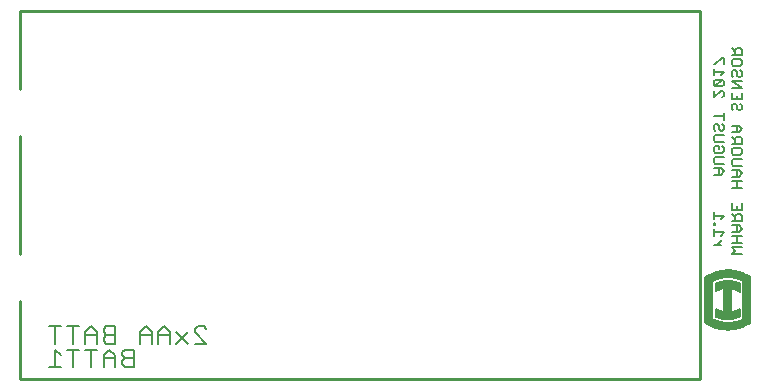
<source format=gbo>
G75*
%MOIN*%
%OFA0B0*%
%FSLAX25Y25*%
%IPPOS*%
%LPD*%
%AMOC8*
5,1,8,0,0,1.08239X$1,22.5*
%
%ADD10C,0.00600*%
%ADD11C,0.01000*%
%ADD12C,0.00700*%
%ADD13C,0.00500*%
%ADD14R,0.01900X0.12800*%
%ADD15R,0.01900X0.13000*%
%ADD16R,0.01900X0.07900*%
D10*
X0272883Y0059379D02*
X0275152Y0059379D01*
X0274018Y0059379D02*
X0275152Y0060514D01*
X0275152Y0061081D01*
X0275152Y0062449D02*
X0276286Y0063583D01*
X0272883Y0063583D01*
X0272883Y0062449D02*
X0272883Y0064717D01*
X0272883Y0066132D02*
X0272883Y0066699D01*
X0273450Y0066699D01*
X0273450Y0066132D01*
X0272883Y0066132D01*
X0272883Y0067973D02*
X0272883Y0070242D01*
X0272883Y0069108D02*
X0276286Y0069108D01*
X0275152Y0067973D01*
X0278883Y0067360D02*
X0282286Y0067360D01*
X0282286Y0069061D01*
X0281719Y0069628D01*
X0280585Y0069628D01*
X0280018Y0069061D01*
X0280018Y0067360D01*
X0280018Y0068494D02*
X0278883Y0069628D01*
X0278883Y0071043D02*
X0278883Y0073311D01*
X0280585Y0072177D02*
X0280585Y0071043D01*
X0282286Y0071043D02*
X0278883Y0071043D01*
X0282286Y0071043D02*
X0282286Y0073311D01*
X0282286Y0078409D02*
X0278883Y0078409D01*
X0280585Y0078409D02*
X0280585Y0080678D01*
X0280585Y0082092D02*
X0280585Y0084361D01*
X0281152Y0084361D02*
X0278883Y0084361D01*
X0279450Y0085775D02*
X0278883Y0086342D01*
X0278883Y0087477D01*
X0279450Y0088044D01*
X0282286Y0088044D01*
X0281719Y0089458D02*
X0279450Y0089458D01*
X0278883Y0090026D01*
X0278883Y0091160D01*
X0279450Y0091727D01*
X0281719Y0091727D01*
X0282286Y0091160D01*
X0282286Y0090026D01*
X0281719Y0089458D01*
X0276286Y0088658D02*
X0273450Y0088658D01*
X0272883Y0088091D01*
X0272883Y0086956D01*
X0273450Y0086389D01*
X0276286Y0086389D01*
X0275152Y0084975D02*
X0272883Y0084975D01*
X0274585Y0084975D02*
X0274585Y0082706D01*
X0275152Y0082706D02*
X0276286Y0083840D01*
X0275152Y0084975D01*
X0275152Y0082706D02*
X0272883Y0082706D01*
X0278883Y0082092D02*
X0281152Y0082092D01*
X0282286Y0083226D01*
X0281152Y0084361D01*
X0282286Y0085775D02*
X0279450Y0085775D01*
X0275719Y0090072D02*
X0273450Y0090072D01*
X0272883Y0090639D01*
X0272883Y0091774D01*
X0273450Y0092341D01*
X0274585Y0092341D01*
X0274585Y0091207D01*
X0275719Y0092341D02*
X0276286Y0091774D01*
X0276286Y0090639D01*
X0275719Y0090072D01*
X0276286Y0093755D02*
X0273450Y0093755D01*
X0272883Y0094323D01*
X0272883Y0095457D01*
X0273450Y0096024D01*
X0276286Y0096024D01*
X0275719Y0097439D02*
X0275152Y0097439D01*
X0274585Y0098006D01*
X0274585Y0099140D01*
X0274018Y0099707D01*
X0273450Y0099707D01*
X0272883Y0099140D01*
X0272883Y0098006D01*
X0273450Y0097439D01*
X0275719Y0097439D02*
X0276286Y0098006D01*
X0276286Y0099140D01*
X0275719Y0099707D01*
X0276286Y0101122D02*
X0276286Y0103390D01*
X0276286Y0102256D02*
X0272883Y0102256D01*
X0278883Y0104758D02*
X0278883Y0105892D01*
X0279450Y0106460D01*
X0280018Y0106460D01*
X0280585Y0105892D01*
X0280585Y0104758D01*
X0281152Y0104191D01*
X0281719Y0104191D01*
X0282286Y0104758D01*
X0282286Y0105892D01*
X0281719Y0106460D01*
X0282286Y0107874D02*
X0278883Y0107874D01*
X0278883Y0110143D01*
X0278883Y0111557D02*
X0282286Y0111557D01*
X0278883Y0113826D01*
X0282286Y0113826D01*
X0281719Y0115240D02*
X0281152Y0115240D01*
X0280585Y0115808D01*
X0280585Y0116942D01*
X0280018Y0117509D01*
X0279450Y0117509D01*
X0278883Y0116942D01*
X0278883Y0115808D01*
X0279450Y0115240D01*
X0281719Y0115240D02*
X0282286Y0115808D01*
X0282286Y0116942D01*
X0281719Y0117509D01*
X0281719Y0118924D02*
X0279450Y0118924D01*
X0278883Y0119491D01*
X0278883Y0120625D01*
X0279450Y0121192D01*
X0281719Y0121192D01*
X0282286Y0120625D01*
X0282286Y0119491D01*
X0281719Y0118924D01*
X0276286Y0119537D02*
X0276286Y0121806D01*
X0275719Y0121806D01*
X0273450Y0119537D01*
X0272883Y0119537D01*
X0272883Y0118123D02*
X0272883Y0115854D01*
X0272883Y0116989D02*
X0276286Y0116989D01*
X0275152Y0115854D01*
X0275719Y0114440D02*
X0273450Y0112171D01*
X0272883Y0112738D01*
X0272883Y0113873D01*
X0273450Y0114440D01*
X0275719Y0114440D01*
X0276286Y0113873D01*
X0276286Y0112738D01*
X0275719Y0112171D01*
X0273450Y0112171D01*
X0272883Y0110757D02*
X0272883Y0108488D01*
X0275152Y0110757D01*
X0275719Y0110757D01*
X0276286Y0110189D01*
X0276286Y0109055D01*
X0275719Y0108488D01*
X0278883Y0104758D02*
X0279450Y0104191D01*
X0280585Y0107874D02*
X0280585Y0109008D01*
X0282286Y0110143D02*
X0282286Y0107874D01*
X0281152Y0099093D02*
X0278883Y0099093D01*
X0280585Y0099093D02*
X0280585Y0096825D01*
X0281152Y0096825D02*
X0282286Y0097959D01*
X0281152Y0099093D01*
X0281152Y0096825D02*
X0278883Y0096825D01*
X0278883Y0095410D02*
X0280018Y0094276D01*
X0280018Y0094843D02*
X0280018Y0093142D01*
X0278883Y0093142D02*
X0282286Y0093142D01*
X0282286Y0094843D01*
X0281719Y0095410D01*
X0280585Y0095410D01*
X0280018Y0094843D01*
X0278883Y0080678D02*
X0282286Y0080678D01*
X0281152Y0065945D02*
X0278883Y0065945D01*
X0280585Y0065945D02*
X0280585Y0063676D01*
X0281152Y0063676D02*
X0282286Y0064811D01*
X0281152Y0065945D01*
X0281152Y0063676D02*
X0278883Y0063676D01*
X0278883Y0062262D02*
X0282286Y0062262D01*
X0280585Y0062262D02*
X0280585Y0059993D01*
X0282286Y0059993D02*
X0278883Y0059993D01*
X0278883Y0058579D02*
X0282286Y0058579D01*
X0282286Y0056310D02*
X0278883Y0056310D01*
X0280018Y0057444D01*
X0278883Y0058579D01*
X0278883Y0122607D02*
X0282286Y0122607D01*
X0282286Y0124308D01*
X0281719Y0124875D01*
X0280585Y0124875D01*
X0280018Y0124308D01*
X0280018Y0122607D01*
X0280018Y0123741D02*
X0278883Y0124875D01*
D11*
X0041583Y0040567D02*
X0041583Y0014583D01*
X0268355Y0014583D01*
X0268355Y0137417D01*
X0041583Y0137417D01*
X0041583Y0111433D01*
X0041583Y0095685D02*
X0041583Y0056315D01*
D12*
X0051248Y0032348D02*
X0055185Y0032348D01*
X0053216Y0032348D02*
X0053216Y0026443D01*
X0053216Y0024474D02*
X0053216Y0018569D01*
X0051248Y0018569D02*
X0055185Y0018569D01*
X0055185Y0022506D02*
X0053216Y0024474D01*
X0057325Y0024474D02*
X0061262Y0024474D01*
X0059293Y0024474D02*
X0059293Y0018569D01*
X0065371Y0018569D02*
X0065371Y0024474D01*
X0067339Y0024474D02*
X0063402Y0024474D01*
X0063402Y0026443D02*
X0063402Y0030380D01*
X0065371Y0032348D01*
X0067339Y0030380D01*
X0067339Y0026443D01*
X0069479Y0027427D02*
X0070464Y0026443D01*
X0073416Y0026443D01*
X0073416Y0032348D01*
X0070464Y0032348D01*
X0069479Y0031364D01*
X0069479Y0030380D01*
X0070464Y0029395D01*
X0073416Y0029395D01*
X0070464Y0029395D02*
X0069479Y0028411D01*
X0069479Y0027427D01*
X0067339Y0029395D02*
X0063402Y0029395D01*
X0061262Y0032348D02*
X0057325Y0032348D01*
X0059293Y0032348D02*
X0059293Y0026443D01*
X0069479Y0022506D02*
X0069479Y0018569D01*
X0069479Y0021521D02*
X0073416Y0021521D01*
X0073416Y0022506D02*
X0071448Y0024474D01*
X0069479Y0022506D01*
X0073416Y0022506D02*
X0073416Y0018569D01*
X0075557Y0019553D02*
X0076541Y0018569D01*
X0079493Y0018569D01*
X0079493Y0024474D01*
X0076541Y0024474D01*
X0075557Y0023490D01*
X0075557Y0022506D01*
X0076541Y0021521D01*
X0079493Y0021521D01*
X0076541Y0021521D02*
X0075557Y0020537D01*
X0075557Y0019553D01*
X0081634Y0026443D02*
X0081634Y0030380D01*
X0083602Y0032348D01*
X0085571Y0030380D01*
X0085571Y0026443D01*
X0087711Y0026443D02*
X0087711Y0030380D01*
X0089679Y0032348D01*
X0091648Y0030380D01*
X0091648Y0026443D01*
X0093788Y0026443D02*
X0097725Y0030380D01*
X0099865Y0030380D02*
X0099865Y0031364D01*
X0100850Y0032348D01*
X0102818Y0032348D01*
X0103802Y0031364D01*
X0099865Y0030380D02*
X0103802Y0026443D01*
X0099865Y0026443D01*
X0097725Y0026443D02*
X0093788Y0030380D01*
X0091648Y0029395D02*
X0087711Y0029395D01*
X0085571Y0029395D02*
X0081634Y0029395D01*
D13*
X0269983Y0033500D02*
X0269983Y0034000D01*
X0269983Y0034500D01*
X0269983Y0035000D01*
X0269983Y0035500D01*
X0269983Y0046500D01*
X0269983Y0047000D01*
X0269983Y0047500D01*
X0269983Y0048000D01*
X0269983Y0048500D01*
X0272283Y0047300D02*
X0272283Y0034700D01*
X0273483Y0035500D02*
X0273483Y0036000D01*
X0273483Y0036500D01*
X0273483Y0037000D01*
X0273483Y0037600D01*
X0273483Y0038100D01*
X0276383Y0037100D02*
X0276383Y0044800D01*
X0273483Y0036500D02*
X0273686Y0036406D01*
X0273891Y0036316D01*
X0274098Y0036232D01*
X0274307Y0036153D01*
X0274518Y0036079D01*
X0274730Y0036010D01*
X0274945Y0035946D01*
X0275160Y0035887D01*
X0275377Y0035834D01*
X0275596Y0035785D01*
X0275815Y0035742D01*
X0276036Y0035705D01*
X0276257Y0035673D01*
X0276479Y0035646D01*
X0276701Y0035624D01*
X0276924Y0035608D01*
X0277148Y0035597D01*
X0277371Y0035592D01*
X0277595Y0035592D01*
X0277818Y0035597D01*
X0278042Y0035608D01*
X0278265Y0035624D01*
X0278487Y0035646D01*
X0278709Y0035673D01*
X0278930Y0035705D01*
X0279151Y0035742D01*
X0279370Y0035785D01*
X0279589Y0035834D01*
X0279806Y0035887D01*
X0280021Y0035946D01*
X0280236Y0036010D01*
X0280448Y0036079D01*
X0280659Y0036153D01*
X0280868Y0036232D01*
X0281075Y0036316D01*
X0281280Y0036406D01*
X0281483Y0036500D01*
X0281483Y0037000D01*
X0281483Y0037500D01*
X0281483Y0038000D01*
X0281483Y0036500D02*
X0281483Y0036000D01*
X0281483Y0035500D01*
X0282783Y0034700D02*
X0282783Y0047300D01*
X0281483Y0046400D02*
X0281483Y0045900D01*
X0281483Y0045400D01*
X0281483Y0044900D01*
X0281483Y0044300D01*
X0281483Y0043800D01*
X0278683Y0044800D02*
X0278683Y0037100D01*
X0285083Y0048001D02*
X0284817Y0048180D01*
X0284546Y0048354D01*
X0284272Y0048520D01*
X0283993Y0048680D01*
X0283711Y0048833D01*
X0283424Y0048980D01*
X0283135Y0049119D01*
X0282842Y0049251D01*
X0282546Y0049376D01*
X0282247Y0049494D01*
X0281946Y0049605D01*
X0281641Y0049708D01*
X0281335Y0049804D01*
X0281026Y0049893D01*
X0280715Y0049973D01*
X0280402Y0050047D01*
X0280087Y0050113D01*
X0279771Y0050171D01*
X0279454Y0050221D01*
X0279136Y0050264D01*
X0278816Y0050299D01*
X0278496Y0050326D01*
X0278175Y0050345D01*
X0277854Y0050357D01*
X0277533Y0050361D01*
X0277212Y0050357D01*
X0276891Y0050345D01*
X0276570Y0050326D01*
X0276250Y0050299D01*
X0275930Y0050264D01*
X0275612Y0050221D01*
X0275295Y0050171D01*
X0274979Y0050113D01*
X0274664Y0050047D01*
X0274351Y0049973D01*
X0274040Y0049893D01*
X0273731Y0049804D01*
X0273425Y0049708D01*
X0273120Y0049605D01*
X0272819Y0049494D01*
X0272520Y0049376D01*
X0272224Y0049251D01*
X0271931Y0049119D01*
X0271642Y0048980D01*
X0271355Y0048833D01*
X0271073Y0048680D01*
X0270794Y0048520D01*
X0270520Y0048354D01*
X0270249Y0048180D01*
X0269983Y0048001D01*
X0273483Y0046400D02*
X0273483Y0045900D01*
X0273483Y0045400D01*
X0273483Y0044900D01*
X0273483Y0044400D01*
X0273483Y0043900D01*
X0273483Y0035500D02*
X0273686Y0035406D01*
X0273891Y0035316D01*
X0274098Y0035232D01*
X0274307Y0035153D01*
X0274518Y0035079D01*
X0274730Y0035010D01*
X0274945Y0034946D01*
X0275160Y0034887D01*
X0275377Y0034834D01*
X0275596Y0034785D01*
X0275815Y0034742D01*
X0276036Y0034705D01*
X0276257Y0034673D01*
X0276479Y0034646D01*
X0276701Y0034624D01*
X0276924Y0034608D01*
X0277148Y0034597D01*
X0277371Y0034592D01*
X0277595Y0034592D01*
X0277818Y0034597D01*
X0278042Y0034608D01*
X0278265Y0034624D01*
X0278487Y0034646D01*
X0278709Y0034673D01*
X0278930Y0034705D01*
X0279151Y0034742D01*
X0279370Y0034785D01*
X0279589Y0034834D01*
X0279806Y0034887D01*
X0280021Y0034946D01*
X0280236Y0035010D01*
X0280448Y0035079D01*
X0280659Y0035153D01*
X0280868Y0035232D01*
X0281075Y0035316D01*
X0281280Y0035406D01*
X0281483Y0035500D01*
X0285083Y0046501D02*
X0284817Y0046680D01*
X0284546Y0046854D01*
X0284272Y0047020D01*
X0283993Y0047180D01*
X0283711Y0047333D01*
X0283424Y0047480D01*
X0283135Y0047619D01*
X0282842Y0047751D01*
X0282546Y0047876D01*
X0282247Y0047994D01*
X0281946Y0048105D01*
X0281641Y0048208D01*
X0281335Y0048304D01*
X0281026Y0048393D01*
X0280715Y0048473D01*
X0280402Y0048547D01*
X0280087Y0048613D01*
X0279771Y0048671D01*
X0279454Y0048721D01*
X0279136Y0048764D01*
X0278816Y0048799D01*
X0278496Y0048826D01*
X0278175Y0048845D01*
X0277854Y0048857D01*
X0277533Y0048861D01*
X0277212Y0048857D01*
X0276891Y0048845D01*
X0276570Y0048826D01*
X0276250Y0048799D01*
X0275930Y0048764D01*
X0275612Y0048721D01*
X0275295Y0048671D01*
X0274979Y0048613D01*
X0274664Y0048547D01*
X0274351Y0048473D01*
X0274040Y0048393D01*
X0273731Y0048304D01*
X0273425Y0048208D01*
X0273120Y0048105D01*
X0272819Y0047994D01*
X0272520Y0047876D01*
X0272224Y0047751D01*
X0271931Y0047619D01*
X0271642Y0047480D01*
X0271355Y0047333D01*
X0271073Y0047180D01*
X0270794Y0047020D01*
X0270520Y0046854D01*
X0270249Y0046680D01*
X0269983Y0046501D01*
X0269983Y0035499D02*
X0270249Y0035320D01*
X0270520Y0035146D01*
X0270794Y0034980D01*
X0271073Y0034820D01*
X0271355Y0034667D01*
X0271642Y0034520D01*
X0271931Y0034381D01*
X0272224Y0034249D01*
X0272520Y0034124D01*
X0272819Y0034006D01*
X0273120Y0033895D01*
X0273425Y0033792D01*
X0273731Y0033696D01*
X0274040Y0033607D01*
X0274351Y0033527D01*
X0274664Y0033453D01*
X0274979Y0033387D01*
X0275295Y0033329D01*
X0275612Y0033279D01*
X0275930Y0033236D01*
X0276250Y0033201D01*
X0276570Y0033174D01*
X0276891Y0033155D01*
X0277212Y0033143D01*
X0277533Y0033139D01*
X0277854Y0033143D01*
X0278175Y0033155D01*
X0278496Y0033174D01*
X0278816Y0033201D01*
X0279136Y0033236D01*
X0279454Y0033279D01*
X0279771Y0033329D01*
X0280087Y0033387D01*
X0280402Y0033453D01*
X0280715Y0033527D01*
X0281026Y0033607D01*
X0281335Y0033696D01*
X0281641Y0033792D01*
X0281946Y0033895D01*
X0282247Y0034006D01*
X0282546Y0034124D01*
X0282842Y0034249D01*
X0283135Y0034381D01*
X0283424Y0034520D01*
X0283711Y0034667D01*
X0283993Y0034820D01*
X0284272Y0034980D01*
X0284546Y0035146D01*
X0284817Y0035320D01*
X0285083Y0035499D01*
X0285083Y0035500D02*
X0285083Y0046500D01*
X0285083Y0047000D01*
X0285083Y0047500D01*
X0285083Y0048000D01*
X0285083Y0048500D01*
X0285083Y0034999D02*
X0284817Y0034820D01*
X0284546Y0034646D01*
X0284272Y0034480D01*
X0283993Y0034320D01*
X0283711Y0034167D01*
X0283424Y0034020D01*
X0283135Y0033881D01*
X0282842Y0033749D01*
X0282546Y0033624D01*
X0282247Y0033506D01*
X0281946Y0033395D01*
X0281641Y0033292D01*
X0281335Y0033196D01*
X0281026Y0033107D01*
X0280715Y0033027D01*
X0280402Y0032953D01*
X0280087Y0032887D01*
X0279771Y0032829D01*
X0279454Y0032779D01*
X0279136Y0032736D01*
X0278816Y0032701D01*
X0278496Y0032674D01*
X0278175Y0032655D01*
X0277854Y0032643D01*
X0277533Y0032639D01*
X0277212Y0032643D01*
X0276891Y0032655D01*
X0276570Y0032674D01*
X0276250Y0032701D01*
X0275930Y0032736D01*
X0275612Y0032779D01*
X0275295Y0032829D01*
X0274979Y0032887D01*
X0274664Y0032953D01*
X0274351Y0033027D01*
X0274040Y0033107D01*
X0273731Y0033196D01*
X0273425Y0033292D01*
X0273120Y0033395D01*
X0272819Y0033506D01*
X0272520Y0033624D01*
X0272224Y0033749D01*
X0271931Y0033881D01*
X0271642Y0034020D01*
X0271355Y0034167D01*
X0271073Y0034320D01*
X0270794Y0034480D01*
X0270520Y0034646D01*
X0270249Y0034820D01*
X0269983Y0034999D01*
X0269983Y0047001D02*
X0270249Y0047180D01*
X0270520Y0047354D01*
X0270794Y0047520D01*
X0271073Y0047680D01*
X0271355Y0047833D01*
X0271642Y0047980D01*
X0271931Y0048119D01*
X0272224Y0048251D01*
X0272520Y0048376D01*
X0272819Y0048494D01*
X0273120Y0048605D01*
X0273425Y0048708D01*
X0273731Y0048804D01*
X0274040Y0048893D01*
X0274351Y0048973D01*
X0274664Y0049047D01*
X0274979Y0049113D01*
X0275295Y0049171D01*
X0275612Y0049221D01*
X0275930Y0049264D01*
X0276250Y0049299D01*
X0276570Y0049326D01*
X0276891Y0049345D01*
X0277212Y0049357D01*
X0277533Y0049361D01*
X0277854Y0049357D01*
X0278175Y0049345D01*
X0278496Y0049326D01*
X0278816Y0049299D01*
X0279136Y0049264D01*
X0279454Y0049221D01*
X0279771Y0049171D01*
X0280087Y0049113D01*
X0280402Y0049047D01*
X0280715Y0048973D01*
X0281026Y0048893D01*
X0281335Y0048804D01*
X0281641Y0048708D01*
X0281946Y0048605D01*
X0282247Y0048494D01*
X0282546Y0048376D01*
X0282842Y0048251D01*
X0283135Y0048119D01*
X0283424Y0047980D01*
X0283711Y0047833D01*
X0283993Y0047680D01*
X0284272Y0047520D01*
X0284546Y0047354D01*
X0284817Y0047180D01*
X0285083Y0047001D01*
X0285083Y0034499D02*
X0284817Y0034320D01*
X0284546Y0034146D01*
X0284272Y0033980D01*
X0283993Y0033820D01*
X0283711Y0033667D01*
X0283424Y0033520D01*
X0283135Y0033381D01*
X0282842Y0033249D01*
X0282546Y0033124D01*
X0282247Y0033006D01*
X0281946Y0032895D01*
X0281641Y0032792D01*
X0281335Y0032696D01*
X0281026Y0032607D01*
X0280715Y0032527D01*
X0280402Y0032453D01*
X0280087Y0032387D01*
X0279771Y0032329D01*
X0279454Y0032279D01*
X0279136Y0032236D01*
X0278816Y0032201D01*
X0278496Y0032174D01*
X0278175Y0032155D01*
X0277854Y0032143D01*
X0277533Y0032139D01*
X0277212Y0032143D01*
X0276891Y0032155D01*
X0276570Y0032174D01*
X0276250Y0032201D01*
X0275930Y0032236D01*
X0275612Y0032279D01*
X0275295Y0032329D01*
X0274979Y0032387D01*
X0274664Y0032453D01*
X0274351Y0032527D01*
X0274040Y0032607D01*
X0273731Y0032696D01*
X0273425Y0032792D01*
X0273120Y0032895D01*
X0272819Y0033006D01*
X0272520Y0033124D01*
X0272224Y0033249D01*
X0271931Y0033381D01*
X0271642Y0033520D01*
X0271355Y0033667D01*
X0271073Y0033820D01*
X0270794Y0033980D01*
X0270520Y0034146D01*
X0270249Y0034320D01*
X0269983Y0034499D01*
X0273483Y0044900D02*
X0273686Y0044994D01*
X0273891Y0045084D01*
X0274098Y0045168D01*
X0274307Y0045247D01*
X0274518Y0045321D01*
X0274730Y0045390D01*
X0274945Y0045454D01*
X0275160Y0045513D01*
X0275377Y0045566D01*
X0275596Y0045615D01*
X0275815Y0045658D01*
X0276036Y0045695D01*
X0276257Y0045727D01*
X0276479Y0045754D01*
X0276701Y0045776D01*
X0276924Y0045792D01*
X0277148Y0045803D01*
X0277371Y0045808D01*
X0277595Y0045808D01*
X0277818Y0045803D01*
X0278042Y0045792D01*
X0278265Y0045776D01*
X0278487Y0045754D01*
X0278709Y0045727D01*
X0278930Y0045695D01*
X0279151Y0045658D01*
X0279370Y0045615D01*
X0279589Y0045566D01*
X0279806Y0045513D01*
X0280021Y0045454D01*
X0280236Y0045390D01*
X0280448Y0045321D01*
X0280659Y0045247D01*
X0280868Y0045168D01*
X0281075Y0045084D01*
X0281280Y0044994D01*
X0281483Y0044900D01*
X0285083Y0033999D02*
X0284817Y0033820D01*
X0284546Y0033646D01*
X0284272Y0033480D01*
X0283993Y0033320D01*
X0283711Y0033167D01*
X0283424Y0033020D01*
X0283135Y0032881D01*
X0282842Y0032749D01*
X0282546Y0032624D01*
X0282247Y0032506D01*
X0281946Y0032395D01*
X0281641Y0032292D01*
X0281335Y0032196D01*
X0281026Y0032107D01*
X0280715Y0032027D01*
X0280402Y0031953D01*
X0280087Y0031887D01*
X0279771Y0031829D01*
X0279454Y0031779D01*
X0279136Y0031736D01*
X0278816Y0031701D01*
X0278496Y0031674D01*
X0278175Y0031655D01*
X0277854Y0031643D01*
X0277533Y0031639D01*
X0277212Y0031643D01*
X0276891Y0031655D01*
X0276570Y0031674D01*
X0276250Y0031701D01*
X0275930Y0031736D01*
X0275612Y0031779D01*
X0275295Y0031829D01*
X0274979Y0031887D01*
X0274664Y0031953D01*
X0274351Y0032027D01*
X0274040Y0032107D01*
X0273731Y0032196D01*
X0273425Y0032292D01*
X0273120Y0032395D01*
X0272819Y0032506D01*
X0272520Y0032624D01*
X0272224Y0032749D01*
X0271931Y0032881D01*
X0271642Y0033020D01*
X0271355Y0033167D01*
X0271073Y0033320D01*
X0270794Y0033480D01*
X0270520Y0033646D01*
X0270249Y0033820D01*
X0269983Y0033999D01*
X0269983Y0047501D02*
X0270249Y0047680D01*
X0270520Y0047854D01*
X0270794Y0048020D01*
X0271073Y0048180D01*
X0271355Y0048333D01*
X0271642Y0048480D01*
X0271931Y0048619D01*
X0272224Y0048751D01*
X0272520Y0048876D01*
X0272819Y0048994D01*
X0273120Y0049105D01*
X0273425Y0049208D01*
X0273731Y0049304D01*
X0274040Y0049393D01*
X0274351Y0049473D01*
X0274664Y0049547D01*
X0274979Y0049613D01*
X0275295Y0049671D01*
X0275612Y0049721D01*
X0275930Y0049764D01*
X0276250Y0049799D01*
X0276570Y0049826D01*
X0276891Y0049845D01*
X0277212Y0049857D01*
X0277533Y0049861D01*
X0277854Y0049857D01*
X0278175Y0049845D01*
X0278496Y0049826D01*
X0278816Y0049799D01*
X0279136Y0049764D01*
X0279454Y0049721D01*
X0279771Y0049671D01*
X0280087Y0049613D01*
X0280402Y0049547D01*
X0280715Y0049473D01*
X0281026Y0049393D01*
X0281335Y0049304D01*
X0281641Y0049208D01*
X0281946Y0049105D01*
X0282247Y0048994D01*
X0282546Y0048876D01*
X0282842Y0048751D01*
X0283135Y0048619D01*
X0283424Y0048480D01*
X0283711Y0048333D01*
X0283993Y0048180D01*
X0284272Y0048020D01*
X0284546Y0047854D01*
X0284817Y0047680D01*
X0285083Y0047501D01*
X0281483Y0037000D02*
X0281280Y0036906D01*
X0281075Y0036816D01*
X0280868Y0036732D01*
X0280659Y0036653D01*
X0280448Y0036579D01*
X0280236Y0036510D01*
X0280021Y0036446D01*
X0279806Y0036387D01*
X0279589Y0036334D01*
X0279370Y0036285D01*
X0279151Y0036242D01*
X0278930Y0036205D01*
X0278709Y0036173D01*
X0278487Y0036146D01*
X0278265Y0036124D01*
X0278042Y0036108D01*
X0277818Y0036097D01*
X0277595Y0036092D01*
X0277371Y0036092D01*
X0277148Y0036097D01*
X0276924Y0036108D01*
X0276701Y0036124D01*
X0276479Y0036146D01*
X0276257Y0036173D01*
X0276036Y0036205D01*
X0275815Y0036242D01*
X0275596Y0036285D01*
X0275377Y0036334D01*
X0275160Y0036387D01*
X0274945Y0036446D01*
X0274730Y0036510D01*
X0274518Y0036579D01*
X0274307Y0036653D01*
X0274098Y0036732D01*
X0273891Y0036816D01*
X0273686Y0036906D01*
X0273483Y0037000D01*
X0273483Y0045400D02*
X0273686Y0045494D01*
X0273891Y0045584D01*
X0274098Y0045668D01*
X0274307Y0045747D01*
X0274518Y0045821D01*
X0274730Y0045890D01*
X0274945Y0045954D01*
X0275160Y0046013D01*
X0275377Y0046066D01*
X0275596Y0046115D01*
X0275815Y0046158D01*
X0276036Y0046195D01*
X0276257Y0046227D01*
X0276479Y0046254D01*
X0276701Y0046276D01*
X0276924Y0046292D01*
X0277148Y0046303D01*
X0277371Y0046308D01*
X0277595Y0046308D01*
X0277818Y0046303D01*
X0278042Y0046292D01*
X0278265Y0046276D01*
X0278487Y0046254D01*
X0278709Y0046227D01*
X0278930Y0046195D01*
X0279151Y0046158D01*
X0279370Y0046115D01*
X0279589Y0046066D01*
X0279806Y0046013D01*
X0280021Y0045954D01*
X0280236Y0045890D01*
X0280448Y0045821D01*
X0280659Y0045747D01*
X0280868Y0045668D01*
X0281075Y0045584D01*
X0281280Y0045494D01*
X0281483Y0045400D01*
X0285083Y0033499D02*
X0284817Y0033320D01*
X0284546Y0033146D01*
X0284272Y0032980D01*
X0283993Y0032820D01*
X0283711Y0032667D01*
X0283424Y0032520D01*
X0283135Y0032381D01*
X0282842Y0032249D01*
X0282546Y0032124D01*
X0282247Y0032006D01*
X0281946Y0031895D01*
X0281641Y0031792D01*
X0281335Y0031696D01*
X0281026Y0031607D01*
X0280715Y0031527D01*
X0280402Y0031453D01*
X0280087Y0031387D01*
X0279771Y0031329D01*
X0279454Y0031279D01*
X0279136Y0031236D01*
X0278816Y0031201D01*
X0278496Y0031174D01*
X0278175Y0031155D01*
X0277854Y0031143D01*
X0277533Y0031139D01*
X0277212Y0031143D01*
X0276891Y0031155D01*
X0276570Y0031174D01*
X0276250Y0031201D01*
X0275930Y0031236D01*
X0275612Y0031279D01*
X0275295Y0031329D01*
X0274979Y0031387D01*
X0274664Y0031453D01*
X0274351Y0031527D01*
X0274040Y0031607D01*
X0273731Y0031696D01*
X0273425Y0031792D01*
X0273120Y0031895D01*
X0272819Y0032006D01*
X0272520Y0032124D01*
X0272224Y0032249D01*
X0271931Y0032381D01*
X0271642Y0032520D01*
X0271355Y0032667D01*
X0271073Y0032820D01*
X0270794Y0032980D01*
X0270520Y0033146D01*
X0270249Y0033320D01*
X0269983Y0033499D01*
X0273483Y0045900D02*
X0273686Y0045994D01*
X0273891Y0046084D01*
X0274098Y0046168D01*
X0274307Y0046247D01*
X0274518Y0046321D01*
X0274730Y0046390D01*
X0274945Y0046454D01*
X0275160Y0046513D01*
X0275377Y0046566D01*
X0275596Y0046615D01*
X0275815Y0046658D01*
X0276036Y0046695D01*
X0276257Y0046727D01*
X0276479Y0046754D01*
X0276701Y0046776D01*
X0276924Y0046792D01*
X0277148Y0046803D01*
X0277371Y0046808D01*
X0277595Y0046808D01*
X0277818Y0046803D01*
X0278042Y0046792D01*
X0278265Y0046776D01*
X0278487Y0046754D01*
X0278709Y0046727D01*
X0278930Y0046695D01*
X0279151Y0046658D01*
X0279370Y0046615D01*
X0279589Y0046566D01*
X0279806Y0046513D01*
X0280021Y0046454D01*
X0280236Y0046390D01*
X0280448Y0046321D01*
X0280659Y0046247D01*
X0280868Y0046168D01*
X0281075Y0046084D01*
X0281280Y0045994D01*
X0281483Y0045900D01*
X0282783Y0034700D02*
X0282547Y0034576D01*
X0282308Y0034457D01*
X0282066Y0034344D01*
X0281821Y0034237D01*
X0281574Y0034136D01*
X0281325Y0034041D01*
X0281073Y0033952D01*
X0280819Y0033870D01*
X0280563Y0033793D01*
X0280306Y0033723D01*
X0280047Y0033659D01*
X0279786Y0033601D01*
X0279524Y0033549D01*
X0279261Y0033504D01*
X0278997Y0033466D01*
X0278732Y0033433D01*
X0278466Y0033408D01*
X0278200Y0033388D01*
X0277933Y0033375D01*
X0277666Y0033369D01*
X0277400Y0033369D01*
X0277133Y0033375D01*
X0276866Y0033388D01*
X0276600Y0033408D01*
X0276334Y0033433D01*
X0276069Y0033466D01*
X0275805Y0033504D01*
X0275542Y0033549D01*
X0275280Y0033601D01*
X0275019Y0033659D01*
X0274760Y0033723D01*
X0274503Y0033793D01*
X0274247Y0033870D01*
X0273993Y0033952D01*
X0273741Y0034041D01*
X0273492Y0034136D01*
X0273245Y0034237D01*
X0273000Y0034344D01*
X0272758Y0034457D01*
X0272519Y0034576D01*
X0272283Y0034700D01*
X0269983Y0048501D02*
X0270249Y0048680D01*
X0270520Y0048854D01*
X0270794Y0049020D01*
X0271073Y0049180D01*
X0271355Y0049333D01*
X0271642Y0049480D01*
X0271931Y0049619D01*
X0272224Y0049751D01*
X0272520Y0049876D01*
X0272819Y0049994D01*
X0273120Y0050105D01*
X0273425Y0050208D01*
X0273731Y0050304D01*
X0274040Y0050393D01*
X0274351Y0050473D01*
X0274664Y0050547D01*
X0274979Y0050613D01*
X0275295Y0050671D01*
X0275612Y0050721D01*
X0275930Y0050764D01*
X0276250Y0050799D01*
X0276570Y0050826D01*
X0276891Y0050845D01*
X0277212Y0050857D01*
X0277533Y0050861D01*
X0277854Y0050857D01*
X0278175Y0050845D01*
X0278496Y0050826D01*
X0278816Y0050799D01*
X0279136Y0050764D01*
X0279454Y0050721D01*
X0279771Y0050671D01*
X0280087Y0050613D01*
X0280402Y0050547D01*
X0280715Y0050473D01*
X0281026Y0050393D01*
X0281335Y0050304D01*
X0281641Y0050208D01*
X0281946Y0050105D01*
X0282247Y0049994D01*
X0282546Y0049876D01*
X0282842Y0049751D01*
X0283135Y0049619D01*
X0283424Y0049480D01*
X0283711Y0049333D01*
X0283993Y0049180D01*
X0284272Y0049020D01*
X0284546Y0048854D01*
X0284817Y0048680D01*
X0285083Y0048501D01*
X0281483Y0036000D02*
X0281280Y0035906D01*
X0281075Y0035816D01*
X0280868Y0035732D01*
X0280659Y0035653D01*
X0280448Y0035579D01*
X0280236Y0035510D01*
X0280021Y0035446D01*
X0279806Y0035387D01*
X0279589Y0035334D01*
X0279370Y0035285D01*
X0279151Y0035242D01*
X0278930Y0035205D01*
X0278709Y0035173D01*
X0278487Y0035146D01*
X0278265Y0035124D01*
X0278042Y0035108D01*
X0277818Y0035097D01*
X0277595Y0035092D01*
X0277371Y0035092D01*
X0277148Y0035097D01*
X0276924Y0035108D01*
X0276701Y0035124D01*
X0276479Y0035146D01*
X0276257Y0035173D01*
X0276036Y0035205D01*
X0275815Y0035242D01*
X0275596Y0035285D01*
X0275377Y0035334D01*
X0275160Y0035387D01*
X0274945Y0035446D01*
X0274730Y0035510D01*
X0274518Y0035579D01*
X0274307Y0035653D01*
X0274098Y0035732D01*
X0273891Y0035816D01*
X0273686Y0035906D01*
X0273483Y0036000D01*
X0272283Y0047300D02*
X0272519Y0047424D01*
X0272758Y0047543D01*
X0273000Y0047656D01*
X0273245Y0047763D01*
X0273492Y0047864D01*
X0273741Y0047959D01*
X0273993Y0048048D01*
X0274247Y0048130D01*
X0274503Y0048207D01*
X0274760Y0048277D01*
X0275019Y0048341D01*
X0275280Y0048399D01*
X0275542Y0048451D01*
X0275805Y0048496D01*
X0276069Y0048534D01*
X0276334Y0048567D01*
X0276600Y0048592D01*
X0276866Y0048612D01*
X0277133Y0048625D01*
X0277400Y0048631D01*
X0277666Y0048631D01*
X0277933Y0048625D01*
X0278200Y0048612D01*
X0278466Y0048592D01*
X0278732Y0048567D01*
X0278997Y0048534D01*
X0279261Y0048496D01*
X0279524Y0048451D01*
X0279786Y0048399D01*
X0280047Y0048341D01*
X0280306Y0048277D01*
X0280563Y0048207D01*
X0280819Y0048130D01*
X0281073Y0048048D01*
X0281325Y0047959D01*
X0281574Y0047864D01*
X0281821Y0047763D01*
X0282066Y0047656D01*
X0282308Y0047543D01*
X0282547Y0047424D01*
X0282783Y0047300D01*
X0281483Y0038001D02*
X0281338Y0037907D01*
X0281190Y0037816D01*
X0281040Y0037729D01*
X0280887Y0037646D01*
X0280733Y0037567D01*
X0280577Y0037491D01*
X0280419Y0037420D01*
X0280260Y0037352D01*
X0280099Y0037288D01*
X0279936Y0037228D01*
X0279772Y0037172D01*
X0279606Y0037120D01*
X0279440Y0037072D01*
X0279272Y0037028D01*
X0279103Y0036988D01*
X0278933Y0036953D01*
X0278763Y0036921D01*
X0278592Y0036894D01*
X0278420Y0036871D01*
X0278247Y0036852D01*
X0278075Y0036837D01*
X0277902Y0036826D01*
X0277728Y0036820D01*
X0277555Y0036818D01*
X0277381Y0036820D01*
X0277208Y0036827D01*
X0277035Y0036837D01*
X0276862Y0036852D01*
X0276690Y0036871D01*
X0276518Y0036894D01*
X0276347Y0036922D01*
X0276176Y0036953D01*
X0276007Y0036989D01*
X0275838Y0037029D01*
X0275670Y0037073D01*
X0275504Y0037121D01*
X0275338Y0037173D01*
X0275174Y0037229D01*
X0275011Y0037289D01*
X0274850Y0037353D01*
X0274691Y0037421D01*
X0274533Y0037493D01*
X0274377Y0037569D01*
X0274223Y0037648D01*
X0274071Y0037732D01*
X0273921Y0037818D01*
X0273773Y0037909D01*
X0273627Y0038003D01*
X0273484Y0038101D01*
X0273484Y0043899D02*
X0273629Y0043993D01*
X0273777Y0044084D01*
X0273927Y0044171D01*
X0274080Y0044254D01*
X0274234Y0044333D01*
X0274390Y0044409D01*
X0274548Y0044480D01*
X0274707Y0044548D01*
X0274868Y0044612D01*
X0275031Y0044672D01*
X0275195Y0044728D01*
X0275361Y0044780D01*
X0275527Y0044828D01*
X0275695Y0044872D01*
X0275864Y0044912D01*
X0276034Y0044947D01*
X0276204Y0044979D01*
X0276375Y0045006D01*
X0276547Y0045029D01*
X0276720Y0045048D01*
X0276892Y0045063D01*
X0277065Y0045074D01*
X0277239Y0045080D01*
X0277412Y0045082D01*
X0277586Y0045080D01*
X0277759Y0045073D01*
X0277932Y0045063D01*
X0278105Y0045048D01*
X0278277Y0045029D01*
X0278449Y0045006D01*
X0278620Y0044978D01*
X0278791Y0044947D01*
X0278960Y0044911D01*
X0279129Y0044871D01*
X0279297Y0044827D01*
X0279463Y0044779D01*
X0279629Y0044727D01*
X0279793Y0044671D01*
X0279956Y0044611D01*
X0280117Y0044547D01*
X0280276Y0044479D01*
X0280434Y0044407D01*
X0280590Y0044331D01*
X0280744Y0044252D01*
X0280896Y0044168D01*
X0281046Y0044082D01*
X0281194Y0043991D01*
X0281340Y0043897D01*
X0281483Y0043799D01*
X0281483Y0037501D02*
X0281338Y0037407D01*
X0281190Y0037316D01*
X0281040Y0037229D01*
X0280887Y0037146D01*
X0280733Y0037067D01*
X0280577Y0036991D01*
X0280419Y0036920D01*
X0280260Y0036852D01*
X0280099Y0036788D01*
X0279936Y0036728D01*
X0279772Y0036672D01*
X0279606Y0036620D01*
X0279440Y0036572D01*
X0279272Y0036528D01*
X0279103Y0036488D01*
X0278933Y0036453D01*
X0278763Y0036421D01*
X0278592Y0036394D01*
X0278420Y0036371D01*
X0278247Y0036352D01*
X0278075Y0036337D01*
X0277902Y0036326D01*
X0277728Y0036320D01*
X0277555Y0036318D01*
X0277381Y0036320D01*
X0277208Y0036327D01*
X0277035Y0036337D01*
X0276862Y0036352D01*
X0276690Y0036371D01*
X0276518Y0036394D01*
X0276347Y0036422D01*
X0276176Y0036453D01*
X0276007Y0036489D01*
X0275838Y0036529D01*
X0275670Y0036573D01*
X0275504Y0036621D01*
X0275338Y0036673D01*
X0275174Y0036729D01*
X0275011Y0036789D01*
X0274850Y0036853D01*
X0274691Y0036921D01*
X0274533Y0036993D01*
X0274377Y0037069D01*
X0274223Y0037148D01*
X0274071Y0037232D01*
X0273921Y0037318D01*
X0273773Y0037409D01*
X0273627Y0037503D01*
X0273484Y0037601D01*
X0273484Y0044399D02*
X0273629Y0044493D01*
X0273777Y0044584D01*
X0273927Y0044671D01*
X0274080Y0044754D01*
X0274234Y0044833D01*
X0274390Y0044909D01*
X0274548Y0044980D01*
X0274707Y0045048D01*
X0274868Y0045112D01*
X0275031Y0045172D01*
X0275195Y0045228D01*
X0275361Y0045280D01*
X0275527Y0045328D01*
X0275695Y0045372D01*
X0275864Y0045412D01*
X0276034Y0045447D01*
X0276204Y0045479D01*
X0276375Y0045506D01*
X0276547Y0045529D01*
X0276720Y0045548D01*
X0276892Y0045563D01*
X0277065Y0045574D01*
X0277239Y0045580D01*
X0277412Y0045582D01*
X0277586Y0045580D01*
X0277759Y0045573D01*
X0277932Y0045563D01*
X0278105Y0045548D01*
X0278277Y0045529D01*
X0278449Y0045506D01*
X0278620Y0045478D01*
X0278791Y0045447D01*
X0278960Y0045411D01*
X0279129Y0045371D01*
X0279297Y0045327D01*
X0279463Y0045279D01*
X0279629Y0045227D01*
X0279793Y0045171D01*
X0279956Y0045111D01*
X0280117Y0045047D01*
X0280276Y0044979D01*
X0280434Y0044907D01*
X0280590Y0044831D01*
X0280744Y0044752D01*
X0280896Y0044668D01*
X0281046Y0044582D01*
X0281194Y0044491D01*
X0281340Y0044397D01*
X0281483Y0044299D01*
X0281483Y0046400D02*
X0281280Y0046494D01*
X0281075Y0046584D01*
X0280868Y0046668D01*
X0280659Y0046747D01*
X0280448Y0046821D01*
X0280236Y0046890D01*
X0280021Y0046954D01*
X0279806Y0047013D01*
X0279589Y0047066D01*
X0279370Y0047115D01*
X0279151Y0047158D01*
X0278930Y0047195D01*
X0278709Y0047227D01*
X0278487Y0047254D01*
X0278265Y0047276D01*
X0278042Y0047292D01*
X0277818Y0047303D01*
X0277595Y0047308D01*
X0277371Y0047308D01*
X0277148Y0047303D01*
X0276924Y0047292D01*
X0276701Y0047276D01*
X0276479Y0047254D01*
X0276257Y0047227D01*
X0276036Y0047195D01*
X0275815Y0047158D01*
X0275596Y0047115D01*
X0275377Y0047066D01*
X0275160Y0047013D01*
X0274945Y0046954D01*
X0274730Y0046890D01*
X0274518Y0046821D01*
X0274307Y0046747D01*
X0274098Y0046668D01*
X0273891Y0046584D01*
X0273686Y0046494D01*
X0273483Y0046400D01*
X0285083Y0035500D02*
X0285083Y0035000D01*
X0285083Y0034500D01*
X0285083Y0034000D01*
X0285083Y0033500D01*
D14*
X0283933Y0041000D03*
D15*
X0271133Y0041000D03*
D16*
X0277533Y0040950D03*
M02*

</source>
